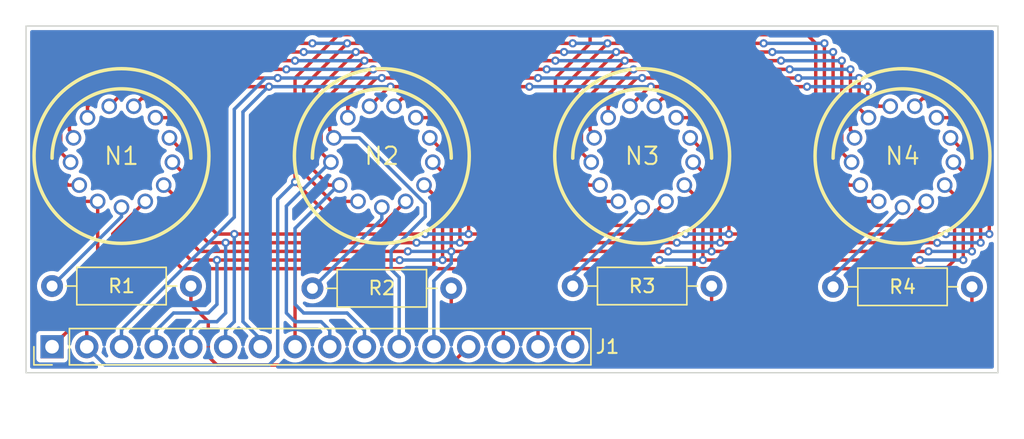
<source format=kicad_pcb>
(kicad_pcb (version 20211014) (generator pcbnew)
  (layers (0 "F.Cu" signal) (31 "B.Cu" signal) (34 "B.Paste" user) (35 "F.Paste" user) (36 "B.SilkS" user "B.Silkscreen") (37 "F.SilkS" user "F.Silkscreen") (38 "B.Mask" user) (39 "F.Mask" user) (44 "Edge.Cuts" user))
  (net 0 "")
  (net 1 "/C0")
  (net 2 "/C1")
  (net 3 "/C2")
  (net 4 "/C3")
  (net 5 "/C4")
  (net 6 "/C5")
  (net 7 "/C6")
  (net 8 "/C7")
  (net 9 "/C8")
  (net 10 "/C9")
  (net 11 "/A0")
  (net 12 "/CA")
  (net 13 "/CB")
  (net 14 "/A1")
  (net 15 "/A2")
  (net 16 "/A3")
  (net 17 "Net-(N1-PadA)")
  (net 18 "Net-(N2-PadA)")
  (net 19 "Net-(N3-PadA)")
  (net 20 "Net-(N4-PadA)")
  (footprint "nixies-us.mod:nixies-us-IN-16" (layer "F.Cu") (at 44.45 25.4)
    (fp_text reference "N2" (at 0 0 180) (layer "F.SilkS") (effects (font (size 1.27 1.27))))
    (fp_text value "IN-16" hide)
    (fp_arc (start -5.08 0.15748) (mid 0 -4.92252) (end 5.08 0.15748) (layer "F.SilkS") (width 0.254))
    (fp_circle (center 0 0) (end 0 -6.39826) (layer "F.SilkS") (width 0.254) (fill none))
    (pad "0" thru_hole circle (at -1.74244 3.32232) (size 1.13792 1.13792) (drill 0.762) (layers *.Cu *.Mask) (net 1 "/C0"))
    (pad "1" thru_hole circle (at 1.74244 3.32232) (size 1.13792 1.13792) (drill 0.762) (layers *.Cu *.Mask) (net 2 "/C1"))
    (pad "2" thru_hole circle (at -2.4892 -2.80924) (size 1.13792 1.13792) (drill 0.762) (layers *.Cu *.Mask) (net 3 "/C2"))
    (pad "3" thru_hole circle (at 3.72618 0.45212) (size 1.13792 1.13792) (drill 0.762) (layers *.Cu *.Mask) (net 4 "/C3"))
    (pad "4" thru_hole circle (at 2.4892 -2.80924) (size 1.13792 1.13792) (drill 0.762) (layers *.Cu *.Mask) (net 5 "/C4"))
    (pad "5" thru_hole circle (at 0.89662 -3.6449) (size 1.13792 1.13792) (drill 0.762) (layers *.Cu *.Mask) (net 6 "/C5"))
    (pad "6" thru_hole circle (at -0.89662 -3.6449) (size 1.13792 1.13792) (drill 0.762) (layers *.Cu *.Mask) (net 7 "/C6"))
    (pad "7" thru_hole circle (at 3.08864 2.13106) (size 1.13792 1.13792) (drill 0.762) (layers *.Cu *.Mask) (net 8 "/C7"))
    (pad "8" thru_hole circle (at -3.72618 0.45212) (size 1.13792 1.13792) (drill 0.762) (layers *.Cu *.Mask) (net 9 "/C8"))
    (pad "9" thru_hole circle (at -3.08864 2.13106) (size 1.13792 1.13792) (drill 0.762) (layers *.Cu *.Mask) (net 10 "/C9"))
    (pad "A" thru_hole circle (at 0 3.75412) (size 1.13792 1.13792) (drill 0.762) (layers *.Cu *.Mask) (net 18 "Net-(N2-PadA)"))
    (pad "LHDP" thru_hole circle (at -3.51028 -1.33096) (size 1.13792 1.13792) (drill 0.762) (layers *.Cu *.Mask) (net 12 "/CA"))
    (pad "RHDP" thru_hole circle (at 3.51028 -1.33096) (size 1.13792 1.13792) (drill 0.762) (layers *.Cu *.Mask) (net 13 "/CB"))
  )
  (footprint "Resistor_THT:R_Axial_DIN0207_L6.3mm_D2.5mm_P10.16mm_Horizontal" (layer "F.Cu") (at 58.42 34.925)
    (fp_text reference "R3" (at 5.08 0) (layer "F.SilkS"))
    (fp_text value "22k")
    (fp_line (start 9.12 0) (end 8.35 0) (layer "F.SilkS") (width 0.12))
    (fp_line (start 1.81 1.37) (end 8.35 1.37) (layer "F.SilkS") (width 0.12))
    (fp_line (start 1.81 -1.37) (end 1.81 1.37) (layer "F.SilkS") (width 0.12))
    (fp_line (start 8.35 -1.37) (end 1.81 -1.37) (layer "F.SilkS") (width 0.12))
    (fp_line (start 1.04 0) (end 1.81 0) (layer "F.SilkS") (width 0.12))
    (fp_line (start 8.35 1.37) (end 8.35 -1.37) (layer "F.SilkS") (width 0.12))
    (pad "1" thru_hole circle (at 0 0) (size 1.6 1.6) (drill 0.8) (layers *.Cu *.Mask) (net 19 "Net-(N3-PadA)"))
    (pad "2" thru_hole oval (at 10.16 0) (size 1.6 1.6) (drill 0.8) (layers *.Cu *.Mask) (net 15 "/A2"))
  )
  (footprint "Resistor_THT:R_Axial_DIN0207_L6.3mm_D2.5mm_P10.16mm_Horizontal" (layer "F.Cu") (at 20.32 34.925)
    (fp_text reference "R1" (at 5.08 0) (layer "F.SilkS"))
    (fp_text value "22k")
    (fp_line (start 1.81 1.37) (end 8.35 1.37) (layer "F.SilkS") (width 0.12))
    (fp_line (start 8.35 1.37) (end 8.35 -1.37) (layer "F.SilkS") (width 0.12))
    (fp_line (start 9.12 0) (end 8.35 0) (layer "F.SilkS") (width 0.12))
    (fp_line (start 1.81 -1.37) (end 1.81 1.37) (layer "F.SilkS") (width 0.12))
    (fp_line (start 8.35 -1.37) (end 1.81 -1.37) (layer "F.SilkS") (width 0.12))
    (fp_line (start 1.04 0) (end 1.81 0) (layer "F.SilkS") (width 0.12))
    (pad "1" thru_hole circle (at 0 0) (size 1.6 1.6) (drill 0.8) (layers *.Cu *.Mask) (net 17 "Net-(N1-PadA)"))
    (pad "2" thru_hole oval (at 10.16 0) (size 1.6 1.6) (drill 0.8) (layers *.Cu *.Mask) (net 11 "/A0"))
  )
  (footprint "nixies-us.mod:nixies-us-IN-16" (layer "F.Cu") (at 82.55 25.4)
    (fp_text reference "N4" (at 0 0 180) (layer "F.SilkS") (effects (font (size 1.27 1.27))))
    (fp_text value "IN-16" hide)
    (fp_arc (start -5.08 0.15748) (mid 0 -4.92252) (end 5.08 0.15748) (layer "F.SilkS") (width 0.254))
    (fp_circle (center 0 0) (end 0 -6.39826) (layer "F.SilkS") (width 0.254) (fill none))
    (pad "0" thru_hole circle (at -1.74244 3.32232) (size 1.13792 1.13792) (drill 0.762) (layers *.Cu *.Mask) (net 1 "/C0"))
    (pad "1" thru_hole circle (at 1.74244 3.32232) (size 1.13792 1.13792) (drill 0.762) (layers *.Cu *.Mask) (net 2 "/C1"))
    (pad "2" thru_hole circle (at -2.4892 -2.80924) (size 1.13792 1.13792) (drill 0.762) (layers *.Cu *.Mask) (net 3 "/C2"))
    (pad "3" thru_hole circle (at 3.72618 0.45212) (size 1.13792 1.13792) (drill 0.762) (layers *.Cu *.Mask) (net 4 "/C3"))
    (pad "4" thru_hole circle (at 2.4892 -2.80924) (size 1.13792 1.13792) (drill 0.762) (layers *.Cu *.Mask) (net 5 "/C4"))
    (pad "5" thru_hole circle (at 0.89662 -3.6449) (size 1.13792 1.13792) (drill 0.762) (layers *.Cu *.Mask) (net 6 "/C5"))
    (pad "6" thru_hole circle (at -0.89662 -3.6449) (size 1.13792 1.13792) (drill 0.762) (layers *.Cu *.Mask) (net 7 "/C6"))
    (pad "7" thru_hole circle (at 3.08864 2.13106) (size 1.13792 1.13792) (drill 0.762) (layers *.Cu *.Mask) (net 8 "/C7"))
    (pad "8" thru_hole circle (at -3.72618 0.45212) (size 1.13792 1.13792) (drill 0.762) (layers *.Cu *.Mask) (net 9 "/C8"))
    (pad "9" thru_hole circle (at -3.08864 2.13106) (size 1.13792 1.13792) (drill 0.762) (layers *.Cu *.Mask) (net 10 "/C9"))
    (pad "A" thru_hole circle (at 0 3.75412) (size 1.13792 1.13792) (drill 0.762) (layers *.Cu *.Mask) (net 20 "Net-(N4-PadA)"))
    (pad "LHDP" thru_hole circle (at -3.51028 -1.33096) (size 1.13792 1.13792) (drill 0.762) (layers *.Cu *.Mask) (net 12 "/CA"))
    (pad "RHDP" thru_hole circle (at 3.51028 -1.33096) (size 1.13792 1.13792) (drill 0.762) (layers *.Cu *.Mask) (net 13 "/CB"))
  )
  (footprint "Connector_PinHeader_2.54mm:PinHeader_1x16_P2.54mm_Vertical" (layer "F.Cu") (at 20.32 39.37 90)
    (fp_text reference "J1" (at 0 40.64 180) (layer "F.SilkS"))
    (fp_text value "Conn_01x16_Male")
    (fp_line (start -1.33 1.27) (end 1.33 1.27) (layer "F.SilkS") (width 0.12))
    (fp_line (start -1.33 0) (end -1.33 -1.33) (layer "F.SilkS") (width 0.12))
    (fp_line (start -1.33 -1.33) (end 0 -1.33) (layer "F.SilkS") (width 0.12))
    (fp_line (start -1.33 39.43) (end 1.33 39.43) (layer "F.SilkS") (width 0.12))
    (fp_line (start -1.33 1.27) (end -1.33 39.43) (layer "F.SilkS") (width 0.12))
    (fp_line (start 1.33 1.27) (end 1.33 39.43) (layer "F.SilkS") (width 0.12))
    (pad "1" thru_hole rect (at 0 0 90) (size 1.7 1.7) (drill 1) (layers *.Cu *.Mask) (net 1 "/C0"))
    (pad "2" thru_hole oval (at 0 2.54 90) (size 1.7 1.7) (drill 1) (layers *.Cu *.Mask) (net 2 "/C1"))
    (pad "3" thru_hole oval (at 0 5.08 90) (size 1.7 1.7) (drill 1) (layers *.Cu *.Mask) (net 3 "/C2"))
    (pad "4" thru_hole oval (at 0 7.62 90) (size 1.7 1.7) (drill 1) (layers *.Cu *.Mask) (net 4 "/C3"))
    (pad "5" thru_hole oval (at 0 10.16 90) (size 1.7 1.7) (drill 1) (layers *.Cu *.Mask) (net 5 "/C4"))
    (pad "6" thru_hole oval (at 0 12.7 90) (size 1.7 1.7) (drill 1) (layers *.Cu *.Mask) (net 6 "/C5"))
    (pad "7" thru_hole oval (at 0 15.24 90) (size 1.7 1.7) (drill 1) (layers *.Cu *.Mask) (net 7 "/C6"))
    (pad "8" thru_hole oval (at 0 17.78 90) (size 1.7 1.7) (drill 1) (layers *.Cu *.Mask) (net 8 "/C7"))
    (pad "9" thru_hole oval (at 0 20.32 90) (size 1.7 1.7) (drill 1) (layers *.Cu *.Mask) (net 9 "/C8"))
    (pad "10" thru_hole oval (at 0 22.86 90) (size 1.7 1.7) (drill 1) (layers *.Cu *.Mask) (net 10 "/C9"))
    (pad "11" thru_hole oval (at 0 25.4 90) (size 1.7 1.7) (drill 1) (layers *.Cu *.Mask) (net 12 "/CA"))
    (pad "12" thru_hole oval (at 0 27.94 90) (size 1.7 1.7) (drill 1) (layers *.Cu *.Mask) (net 13 "/CB"))
    (pad "13" thru_hole oval (at 0 30.48 90) (size 1.7 1.7) (drill 1) (layers *.Cu *.Mask) (net 11 "/A0"))
    (pad "14" thru_hole oval (at 0 33.02 90) (size 1.7 1.7) (drill 1) (layers *.Cu *.Mask) (net 14 "/A1"))
    (pad "15" thru_hole oval (at 0 35.56 90) (size 1.7 1.7) (drill 1) (layers *.Cu *.Mask) (net 15 "/A2"))
    (pad "16" thru_hole oval (at 0 38.1 90) (size 1.7 1.7) (drill 1) (layers *.Cu *.Mask) (net 16 "/A3"))
  )
  (footprint "Resistor_THT:R_Axial_DIN0207_L6.3mm_D2.5mm_P10.16mm_Horizontal" (layer "F.Cu") (at 39.37 35.09088)
    (fp_text reference "R2" (at 5.08 -0.017) (layer "F.SilkS"))
    (fp_text value "22k")
    (fp_line (start 8.35 -1.37) (end 1.81 -1.37) (layer "F.SilkS") (width 0.12))
    (fp_line (start 1.04 0) (end 1.81 0) (layer "F.SilkS") (width 0.12))
    (fp_line (start 1.81 1.37) (end 8.35 1.37) (layer "F.SilkS") (width 0.12))
    (fp_line (start 1.81 -1.37) (end 1.81 1.37) (layer "F.SilkS") (width 0.12))
    (fp_line (start 8.35 1.37) (end 8.35 -1.37) (layer "F.SilkS") (width 0.12))
    (fp_line (start 9.12 0) (end 8.35 0) (layer "F.SilkS") (width 0.12))
    (pad "1" thru_hole circle (at 0 0) (size 1.6 1.6) (drill 0.8) (layers *.Cu *.Mask) (net 18 "Net-(N2-PadA)"))
    (pad "2" thru_hole oval (at 10.16 0) (size 1.6 1.6) (drill 0.8) (layers *.Cu *.Mask) (net 14 "/A1"))
  )
  (footprint "nixies-us.mod:nixies-us-IN-16" (layer "F.Cu") (at 25.4 25.4)
    (fp_text reference "N1" (at 0 0 180) (layer "F.SilkS") (effects (font (size 1.27 1.27))))
    (fp_text value "IN-16" hide)
    (fp_arc (start -5.08 0.15748) (mid 0 -4.92252) (end 5.08 0.15748) (layer "F.SilkS") (width 0.254))
    (fp_circle (center 0 0) (end 0 -6.39826) (layer "F.SilkS") (width 0.254) (fill none))
    (pad "0" thru_hole circle (at -1.74244 3.32232) (size 1.13792 1.13792) (drill 0.762) (layers *.Cu *.Mask) (net 1 "/C0"))
    (pad "1" thru_hole circle (at 1.74244 3.32232) (size 1.13792 1.13792) (drill 0.762) (layers *.Cu *.Mask) (net 2 "/C1"))
    (pad "2" thru_hole circle (at -2.4892 -2.80924) (size 1.13792 1.13792) (drill 0.762) (layers *.Cu *.Mask) (net 3 "/C2"))
    (pad "3" thru_hole circle (at 3.72618 0.45212) (size 1.13792 1.13792) (drill 0.762) (layers *.Cu *.Mask) (net 4 "/C3"))
    (pad "4" thru_hole circle (at 2.4892 -2.80924) (size 1.13792 1.13792) (drill 0.762) (layers *.Cu *.Mask) (net 5 "/C4"))
    (pad "5" thru_hole circle (at 0.89662 -3.6449) (size 1.13792 1.13792) (drill 0.762) (layers *.Cu *.Mask) (net 6 "/C5"))
    (pad "6" thru_hole circle (at -0.89662 -3.6449) (size 1.13792 1.13792) (drill 0.762) (layers *.Cu *.Mask) (net 7 "/C6"))
    (pad "7" thru_hole circle (at 3.08864 2.13106) (size 1.13792 1.13792) (drill 0.762) (layers *.Cu *.Mask) (net 8 "/C7"))
    (pad "8" thru_hole circle (at -3.72618 0.45212) (size 1.13792 1.13792) (drill 0.762) (layers *.Cu *.Mask) (net 9 "/C8"))
    (pad "9" thru_hole circle (at -3.08864 2.13106) (size 1.13792 1.13792) (drill 0.762) (layers *.Cu *.Mask) (net 10 "/C9"))
    (pad "A" thru_hole circle (at 0 3.75412) (size 1.13792 1.13792) (drill 0.762) (layers *.Cu *.Mask) (net 17 "Net-(N1-PadA)"))
    (pad "LHDP" thru_hole circle (at -3.51028 -1.33096) (size 1.13792 1.13792) (drill 0.762) (layers *.Cu *.Mask) (net 12 "/CA"))
    (pad "RHDP" thru_hole circle (at 3.51028 -1.33096) (size 1.13792 1.13792) (drill 0.762) (layers *.Cu *.Mask) (net 13 "/CB"))
  )
  (footprint "Resistor_THT:R_Axial_DIN0207_L6.3mm_D2.5mm_P10.16mm_Horizontal" (layer "F.Cu") (at 77.47 34.98088)
    (fp_text reference "R4" (at 5.08 0) (layer "F.SilkS"))
    (fp_text value "22k")
    (fp_line (start 8.35 -1.37) (end 1.81 -1.37) (layer "F.SilkS") (width 0.12))
    (fp_line (start 1.81 1.37) (end 8.35 1.37) (layer "F.SilkS") (width 0.12))
    (fp_line (start 9.12 0) (end 8.35 0) (layer "F.SilkS") (width 0.12))
    (fp_line (start 1.04 0) (end 1.81 0) (layer "F.SilkS") (width 0.12))
    (fp_line (start 1.81 -1.37) (end 1.81 1.37) (layer "F.SilkS") (width 0.12))
    (fp_line (start 8.35 1.37) (end 8.35 -1.37) (layer "F.SilkS") (width 0.12))
    (pad "1" thru_hole circle (at 0 0) (size 1.6 1.6) (drill 0.8) (layers *.Cu *.Mask) (net 20 "Net-(N4-PadA)"))
    (pad "2" thru_hole oval (at 10.16 0) (size 1.6 1.6) (drill 0.8) (layers *.Cu *.Mask) (net 16 "/A3"))
  )
  (footprint "nixies-us.mod:nixies-us-IN-16" (layer "F.Cu") (at 63.5 25.4)
    (fp_text reference "N3" (at 0 0 180) (layer "F.SilkS") (effects (font (size 1.27 1.27))))
    (fp_text value "IN-16" hide)
    (fp_arc (start -5.08 0.15748) (mid 0 -4.92252) (end 5.08 0.15748) (layer "F.SilkS") (width 0.254))
    (fp_circle (center 0 0) (end 0 -6.39826) (layer "F.SilkS") (width 0.254) (fill none))
    (pad "0" thru_hole circle (at -1.74244 3.32232) (size 1.13792 1.13792) (drill 0.762) (layers *.Cu *.Mask) (net 1 "/C0"))
    (pad "1" thru_hole circle (at 1.74244 3.32232) (size 1.13792 1.13792) (drill 0.762) (layers *.Cu *.Mask) (net 2 "/C1"))
    (pad "2" thru_hole circle (at -2.4892 -2.80924) (size 1.13792 1.13792) (drill 0.762) (layers *.Cu *.Mask) (net 3 "/C2"))
    (pad "3" thru_hole circle (at 3.72618 0.45212) (size 1.13792 1.13792) (drill 0.762) (layers *.Cu *.Mask) (net 4 "/C3"))
    (pad "4" thru_hole circle (at 2.4892 -2.80924) (size 1.13792 1.13792) (drill 0.762) (layers *.Cu *.Mask) (net 5 "/C4"))
    (pad "5" thru_hole circle (at 0.89662 -3.6449) (size 1.13792 1.13792) (drill 0.762) (layers *.Cu *.Mask) (net 6 "/C5"))
    (pad "6" thru_hole circle (at -0.89662 -3.6449) (size 1.13792 1.13792) (drill 0.762) (layers *.Cu *.Mask) (net 7 "/C6"))
    (pad "7" thru_hole circle (at 3.08864 2.13106) (size 1.13792 1.13792) (drill 0.762) (layers *.Cu *.Mask) (net 8 "/C7"))
    (pad "8" thru_hole circle (at -3.72618 0.45212) (size 1.13792 1.13792) (drill 0.762) (layers *.Cu *.Mask) (net 9 "/C8"))
    (pad "9" thru_hole circle (at -3.08864 2.13106) (size 1.13792 1.13792) (drill 0.762) (layers *.Cu *.Mask) (net 10 "/C9"))
    (pad "A" thru_hole circle (at 0 3.75412) (size 1.13792 1.13792) (drill 0.762) (layers *.Cu *.Mask) (net 19 "Net-(N3-PadA)"))
    (pad "LHDP" thru_hole circle (at -3.51028 -1.33096) (size 1.13792 1.13792) (drill 0.762) (layers *.Cu *.Mask) (net 12 "/CA"))
    (pad "RHDP" thru_hole circle (at 3.51028 -1.33096) (size 1.13792 1.13792) (drill 0.762) (layers *.Cu *.Mask) (net 13 "/CB"))
  )
  (gr_line (start 89.535 15.875) (end 89.535 41.275) (layer "Edge.Cuts") (width 0.1))
  (gr_line (start 89.535 41.275) (end 18.415 41.275) (layer "Edge.Cuts") (width 0.1))
  (gr_line (start 18.415 41.275) (end 18.415 15.875) (layer "Edge.Cuts") (width 0.1))
  (gr_line (start 18.415 15.875) (end 89.535 15.875) (layer "Edge.Cuts") (width 0.1))
  (gr_text "IN-16 Carrier Board" (at 79.756 40.005) (layer "F.Cu") (effects (font (size 1.2 1.2) (thickness 0.2))))
  (segment (start 57.785 26.67) (end 59.83732 28.72232) (width 0.25) (layer "F.Cu") (net 1))
  (segment (start 40.78732 28.72232) (end 42.70756 28.72232) (width 0.25) (layer "F.Cu") (net 1))
  (segment (start 41.91 17.145) (end 58.42 17.145) (width 0.25) (layer "F.Cu") (net 1))
  (segment (start 76.835 17.145) (end 76.835 26.67) (width 0.25) (layer "F.Cu") (net 1))
  (segment (start 76.835 26.67) (end 78.88732 28.72232) (width 0.25) (layer "F.Cu") (net 1))
  (segment (start 59.83732 28.72232) (end 61.75756 28.72232) (width 0.25) (layer "F.Cu") (net 1))
  (segment (start 41.91 17.145) (end 38.735 20.32) (width 0.25) (layer "F.Cu") (net 1))
  (segment (start 38.735 26.67) (end 40.78732 28.72232) (width 0.25) (layer "F.Cu") (net 1))
  (segment (start 21.73732 28.72232) (end 23.65756 28.72232) (width 0.25) (layer "F.Cu") (net 1))
  (segment (start 19.685 26.67) (end 21.73732 28.72232) (width 0.25) (layer "F.Cu") (net 1))
  (segment (start 60.96 17.145) (end 57.785 20.32) (width 0.25) (layer "F.Cu") (net 1))
  (segment (start 23.65756 28.72232) (end 23.65756 36.03244) (width 0.25) (layer "F.Cu") (net 1))
  (segment (start 22.86 17.145) (end 19.685 20.32) (width 0.25) (layer "F.Cu") (net 1))
  (segment (start 23.65756 36.03244) (end 20.32 39.37) (width 0.25) (layer "F.Cu") (net 1))
  (segment (start 19.685 20.32) (end 19.685 26.67) (width 0.25) (layer "F.Cu") (net 1))
  (segment (start 78.88732 28.72232) (end 80.80756 28.72232) (width 0.25) (layer "F.Cu") (net 1))
  (segment (start 60.96 17.145) (end 72.39 17.145) (width 0.25) (layer "F.Cu") (net 1))
  (segment (start 38.735 20.32) (end 38.735 26.67) (width 0.25) (layer "F.Cu") (net 1))
  (segment (start 39.37 17.145) (end 22.86 17.145) (width 0.25) (layer "F.Cu") (net 1))
  (segment (start 57.785 20.32) (end 57.785 26.67) (width 0.25) (layer "F.Cu") (net 1))
  (via (at 41.91 17.145) (size 0.6) (drill 0.3) (layers "F.Cu" "B.Cu") (net 1))
  (via (at 72.39 17.145) (size 0.6) (drill 0.3) (layers "F.Cu" "B.Cu") (net 1))
  (via (at 76.835 17.145) (size 0.6) (drill 0.3) (layers "F.Cu" "B.Cu") (net 1))
  (via (at 60.96 17.145) (size 0.6) (drill 0.3) (layers "F.Cu" "B.Cu") (net 1))
  (via (at 39.37 17.145) (size 0.6) (drill 0.3) (layers "F.Cu" "B.Cu") (net 1))
  (via (at 58.42 17.145) (size 0.6) (drill 0.3) (layers "F.Cu" "B.Cu") (net 1))
  (segment (start 72.39 17.145) (end 76.835 17.145) (width 0.25) (layer "B.Cu") (net 1))
  (segment (start 39.37 17.145) (end 41.91 17.145) (width 0.25) (layer "B.Cu") (net 1))
  (segment (start 58.42 17.145) (end 60.96 17.145) (width 0.25) (layer "B.Cu") (net 1))
  (segment (start 65.24244 28.72232) (end 63.917169 30.047591) (width 0.25) (layer "F.Cu") (net 2))
  (segment (start 63.917169 30.062831) (end 63.5 30.48) (width 0.25) (layer "F.Cu") (net 2))
  (segment (start 63.917169 30.047591) (end 63.917169 30.062831) (width 0.25) (layer "F.Cu") (net 2))
  (segment (start 44.45 30.48) (end 41.275 30.48) (width 0.25) (layer "F.Cu") (net 2))
  (segment (start 46.19244 28.72232) (end 44.867169 30.047591) (width 0.25) (layer "F.Cu") (net 2))
  (segment (start 82.55 30.48) (end 79.375 30.48) (width 0.25) (layer "F.Cu") (net 2))
  (segment (start 22.86 38.17112) (end 22.86 39.37) (width 0.25) (layer "F.Cu") (net 2))
  (segment (start 27.14244 28.72232) (end 24.765 31.09976) (width 0.25) (layer "F.Cu") (net 2))
  (segment (start 59.69 17.145) (end 59.69 16.51) (width 0.25) (layer "F.Cu") (net 2))
  (segment (start 57.15 27.305) (end 57.15 19.685) (width 0.25) (layer "F.Cu") (net 2))
  (segment (start 57.15 19.685) (end 59.69 17.145) (width 0.25) (layer "F.Cu") (net 2))
  (segment (start 24.765 31.09976) (end 24.765 36.26612) (width 0.25) (layer "F.Cu") (net 2))
  (segment (start 76.2 17.145) (end 75.565 16.51) (width 0.25) (layer "F.Cu") (net 2))
  (segment (start 24.765 36.26612) (end 22.86 38.17112) (width 0.25) (layer "F.Cu") (net 2))
  (segment (start 79.375 30.48) (end 76.2 27.305) (width 0.25) (layer "F.Cu") (net 2))
  (segment (start 82.967169 30.047591) (end 82.967169 30.062831) (width 0.25) (layer "F.Cu") (net 2))
  (segment (start 82.967169 30.062831) (end 82.55 30.48) (width 0.25) (layer "F.Cu") (net 2))
  (segment (start 63.5 30.48) (end 60.325 30.48) (width 0.25) (layer "F.Cu") (net 2))
  (segment (start 38.1 27.305) (end 38.1 26.67) (width 0.25) (layer "F.Cu") (net 2))
  (segment (start 38.1 19.685) (end 41.275 16.51) (width 0.25) (layer "F.Cu") (net 2))
  (segment (start 75.565 16.51) (end 60.325 16.51) (width 0.25) (layer "F.Cu") (net 2))
  (segment (start 44.867169 30.062831) (end 44.45 30.48) (width 0.25) (layer "F.Cu") (net 2))
  (segment (start 60.325 30.48) (end 57.15 27.305) (width 0.25) (layer "F.Cu") (net 2))
  (segment (start 44.867169 30.047591) (end 44.867169 30.062831) (width 0.25) (layer "F.Cu") (net 2))
  (segment (start 84.29244 28.72232) (end 82.967169 30.047591) (width 0.25) (layer "F.Cu") (net 2))
  (segment (start 41.275 16.51) (end 59.69 16.51) (width 0.25) (layer "F.Cu") (net 2))
  (segment (start 41.275 30.48) (end 38.1 27.305) (width 0.25) (layer "F.Cu") (net 2))
  (segment (start 38.1 26.67) (end 38.1 19.685) (width 0.25) (layer "F.Cu") (net 2))
  (segment (start 76.2 27.305) (end 76.2 17.145) (width 0.25) (layer "F.Cu") (net 2))
  (segment (start 59.69 16.51) (end 60.325 16.51) (width 0.25) (layer "F.Cu") (net 2))
  (via (at 38.1 27.305) (size 0.6) (drill 0.3) (layers "F.Cu" "B.Cu") (net 2))
  (segment (start 36.195 40.71112) (end 36.83 40.07612) (width 0.25) (layer "B.Cu") (net 2))
  (segment (start 36.83 28.575) (end 38.1 27.305) (width 0.25) (layer "B.Cu") (net 2))
  (segment (start 22.86 39.37) (end 24.20112 40.71112) (width 0.25) (layer "B.Cu") (net 2))
  (segment (start 24.20112 40.71112) (end 36.195 40.71112) (width 0.25) (layer "B.Cu") (net 2))
  (segment (start 36.83 40.07612) (end 36.83 28.575) (width 0.25) (layer "B.Cu") (net 2))
  (segment (start 44.06193 19.685) (end 41.9608 21.78613) (width 0.25) (layer "F.Cu") (net 3))
  (segment (start 63.5 19.685) (end 74.93 19.685) (width 0.25) (layer "F.Cu") (net 3))
  (segment (start 63.5 19.685) (end 63.11193 19.685) (width 0.25) (layer "F.Cu") (net 3))
  (segment (start 79.375 21.90496) (end 79.375 19.685) (width 0.25) (layer "F.Cu") (net 3))
  (segment (start 25.01193 19.685) (end 22.9108 21.78613) (width 0.25) (layer "F.Cu") (net 3))
  (segment (start 22.9108 21.78613) (end 22.9108 22.59076) (width 0.25) (layer "F.Cu") (net 3))
  (segment (start 44.45 19.685) (end 55.88 19.685) (width 0.25) (layer "F.Cu") (net 3))
  (segment (start 63.11193 19.685) (end 61.0108 21.78613) (width 0.25) (layer "F.Cu") (net 3))
  (segment (start 44.45 19.685) (end 44.06193 19.685) (width 0.25) (layer "F.Cu") (net 3))
  (segment (start 41.9608 21.78613) (end 41.9608 22.59076) (width 0.25) (layer "F.Cu") (net 3))
  (segment (start 80.0608 22.59076) (end 79.375 21.90496) (width 0.25) (layer "F.Cu") (net 3))
  (segment (start 36.83 19.685) (end 25.01193 19.685) (width 0.25) (layer "F.Cu") (net 3))
  (segment (start 61.0108 21.78613) (end 61.0108 22.59076) (width 0.25) (layer "F.Cu") (net 3))
  (via (at 44.45 19.685) (size 0.6) (drill 0.3) (layers "F.Cu" "B.Cu") (net 3))
  (via (at 79.375 19.685) (size 0.6) (drill 0.3) (layers "F.Cu" "B.Cu") (net 3))
  (via (at 74.93 19.685) (size 0.6) (drill 0.3) (layers "F.Cu" "B.Cu") (net 3))
  (via (at 63.5 19.685) (size 0.6) (drill 0.3) (layers "F.Cu" "B.Cu") (net 3))
  (via (at 36.83 19.685) (size 0.6) (drill 0.3) (layers "F.Cu" "B.Cu") (net 3))
  (via (at 55.88 19.685) (size 0.6) (drill 0.3) (layers "F.Cu" "B.Cu") (net 3))
  (segment (start 25.4 38.13379) (end 25.4 39.37) (width 0.25) (layer "B.Cu") (net 3))
  (segment (start 35.946807 19.685) (end 33.655 21.976807) (width 0.25) (layer "B.Cu") (net 3))
  (segment (start 33.655 29.87879) (end 25.4 38.13379) (width 0.25) (layer "B.Cu") (net 3))
  (segment (start 55.88 19.685) (end 63.5 19.685) (width 0.25) (layer "B.Cu") (net 3))
  (segment (start 36.83 19.685) (end 44.45 19.685) (width 0.25) (layer "B.Cu") (net 3))
  (segment (start 74.93 19.685) (end 79.375 19.685) (width 0.25) (layer "B.Cu") (net 3))
  (segment (start 33.655 21.976807) (end 33.655 29.87879) (width 0.25) (layer "B.Cu") (net 3))
  (segment (start 36.83 19.685) (end 35.946807 19.685) (width 0.25) (layer "B.Cu") (net 3))
  (segment (start 67.945 33.02) (end 83.82 33.02) (width 0.25) (layer "F.Cu") (net 4))
  (segment (start 48.895 33.02) (end 64.77 33.02) (width 0.25) (layer "F.Cu") (net 4))
  (segment (start 29.845 26.57094) (end 29.12618 25.85212) (width 0.25) (layer "F.Cu") (net 4))
  (segment (start 48.895 26.57094) (end 48.17618 25.85212) (width 0.25) (layer "F.Cu") (net 4))
  (segment (start 67.945 26.57094) (end 67.22618 25.85212) (width 0.25) (layer "F.Cu") (net 4))
  (segment (start 48.895 33.02) (end 48.895 26.57094) (width 0.25) (layer "F.Cu") (net 4))
  (segment (start 30.48 33.02) (end 29.845 32.385) (width 0.25) (layer "F.Cu") (net 4))
  (segment (start 67.945 33.02) (end 67.945 26.57094) (width 0.25) (layer "F.Cu") (net 4))
  (segment (start 86.995 26.57094) (end 86.27618 25.85212) (width 0.25) (layer "F.Cu") (net 4))
  (segment (start 86.995 33.02) (end 86.995 26.57094) (width 0.25) (layer "F.Cu") (net 4))
  (segment (start 45.755 33.0305) (end 45.7445 33.02) (width 0.25) (layer "F.Cu") (net 4))
  (segment (start 45.7445 33.02) (end 30.48 33.02) (width 0.25) (layer "F.Cu") (net 4))
  (segment (start 29.845 32.385) (end 29.845 26.57094) (width 0.25) (layer "F.Cu") (net 4))
  (via (at 64.77 33.02) (size 0.6) (drill 0.3) (layers "F.Cu" "B.Cu") (net 4))
  (via (at 67.945 33.02) (size 0.6) (drill 0.3) (layers "F.Cu" "B.Cu") (net 4))
  (via (at 45.755 33.0305) (size 0.6) (drill 0.3) (layers "F.Cu" "B.Cu") (net 4))
  (via (at 32.385 33.02) (size 0.6) (drill 0.3) (layers "F.Cu" "B.Cu") (net 4))
  (via (at 48.895 33.02) (size 0.6) (drill 0.3) (layers "F.Cu" "B.Cu") (net 4))
  (via (at 86.995 33.02) (size 0.6) (drill 0.3) (layers "F.Cu" "B.Cu") (net 4))
  (via (at 83.82 33.02) (size 0.6) (drill 0.3) (layers "F.Cu" "B.Cu") (net 4))
  (segment (start 32.385 36.26612) (end 31.75 36.90112) (width 0.25) (layer "B.Cu") (net 4))
  (segment (start 29.21 36.90112) (end 27.94 38.17112) (width 0.25) (layer "B.Cu") (net 4))
  (segment (start 32.385 33.02) (end 32.385 36.26612) (width 0.25) (layer "B.Cu") (net 4))
  (segment (start 27.94 38.17112) (end 27.94 39.37) (width 0.25) (layer "B.Cu") (net 4))
  (segment (start 45.7655 33.02) (end 48.895 33.02) (width 0.25) (layer "B.Cu") (net 4))
  (segment (start 31.75 36.90112) (end 29.21 36.90112) (width 0.25) (layer "B.Cu") (net 4))
  (segment (start 45.755 33.0305) (end 45.7655 33.02) (width 0.25) (layer "B.Cu") (net 4))
  (segment (start 83.82 33.02) (end 86.995 33.02) (width 0.25) (layer "B.Cu") (net 4))
  (segment (start 64.77 33.02) (end 67.945 33.02) (width 0.25) (layer "B.Cu") (net 4))
  (segment (start 50.165 31.75) (end 50.165 24.765) (width 0.25) (layer "F.Cu") (net 5))
  (segment (start 31.749853 31.749853) (end 31.115 31.115) (width 0.25) (layer "F.Cu") (net 5))
  (segment (start 31.115 24.765) (end 28.94076 22.59076) (width 0.25) (layer "F.Cu") (net 5))
  (segment (start 69.215 24.765) (end 67.04076 22.59076) (width 0.25) (layer "F.Cu") (net 5))
  (segment (start 46.99 31.75) (end 33.02 31.75) (width 0.25) (layer "F.Cu") (net 5))
  (segment (start 86.09076 22.59076) (end 85.0392 22.59076) (width 0.25) (layer "F.Cu") (net 5))
  (segment (start 88.265 24.765) (end 86.09076 22.59076) (width 0.25) (layer "F.Cu") (net 5))
  (segment (start 50.165 31.75) (end 66.04 31.75) (width 0.25) (layer "F.Cu") (net 5))
  (segment (start 47.99076 22.59076) (end 46.9392 22.59076) (width 0.25) (layer "F.Cu") (net 5))
  (segment (start 50.165 24.765) (end 47.99076 22.59076) (width 0.25) (layer "F.Cu") (net 5))
  (segment (start 85.0795 31.75) (end 69.215 31.75) (width 0.25) (layer "F.Cu") (net 5))
  (segment (start 88.265 24.765) (end 88.265 31.75) (width 0.25) (layer "F.Cu") (net 5))
  (segment (start 67.04076 22.59076) (end 65.9892 22.59076) (width 0.25) (layer "F.Cu") (net 5))
  (segment (start 69.215 31.75) (end 69.215 24.765) (width 0.25) (layer "F.Cu") (net 5))
  (segment (start 28.94076 22.59076) (end 27.8892 22.59076) (width 0.25) (layer "F.Cu") (net 5))
  (segment (start 33.019853 31.749853) (end 31.749853 31.749853) (width 0.25) (layer "F.Cu") (net 5))
  (segment (start 33.02 31.75) (end 33.019853 31.749853) (width 0.25) (layer "F.Cu") (net 5))
  (segment (start 31.115 31.115) (end 31.115 24.765) (width 0.25) (layer "F.Cu") (net 5))
  (segment (start 85.09 31.7605) (end 85.0795 31.75) (width 0.25) (layer "F.Cu") (net 5))
  (via (at 69.215 31.75) (size 0.6) (drill 0.3) (layers "F.Cu" "B.Cu") (net 5))
  (via (at 66.04 31.75) (size 0.6) (drill 0.3) (layers "F.Cu" "B.Cu") (net 5))
  (via (at 33.02 31.75) (size 0.6) (drill 0.3) (layers "F.Cu" "B.Cu") (net 5))
  (via (at 46.99 31.75) (size 0.6) (drill 0.3) (layers "F.Cu" "B.Cu") (net 5))
  (via (at 50.165 31.75) (size 0.6) (drill 0.3) (layers "F.Cu" "B.Cu") (net 5))
  (via (at 88.265 31.75) (size 0.6) (drill 0.3) (layers "F.Cu" "B.Cu") (net 5))
  (via (at 85.09 31.7605) (size 0.6) (drill 0.3) (layers "F.Cu" "B.Cu") (net 5))
  (segment (start 30.48 38.17112) (end 31.115 37.53612) (width 0.25) (layer "B.Cu") (net 5))
  (segment (start 32.385 37.53612) (end 33.02 36.90112) (width 0.25) (layer "B.Cu") (net 5))
  (segment (start 46.99 31.75) (end 50.165 31.75) (width 0.25) (layer "B.Cu") (net 5))
  (segment (start 33.02 36.90112) (end 33.02 31.75) (width 0.25) (layer "B.Cu") (net 5))
  (segment (start 85.09 31.7605) (end 85.1005 31.75) (width 0.25) (layer "B.Cu") (net 5))
  (segment (start 30.48 39.37) (end 30.48 38.17112) (width 0.25) (layer "B.Cu") (net 5))
  (segment (start 31.115 37.53612) (end 32.385 37.53612) (width 0.25) (layer "B.Cu") (net 5))
  (segment (start 85.1005 31.75) (end 88.265 31.75) (width 0.25) (layer "B.Cu") (net 5))
  (segment (start 66.04 31.75) (end 69.215 31.75) (width 0.25) (layer "B.Cu") (net 5))
  (segment (start 69.85 31.115) (end 85.725 31.115) (width 0.25) (layer "F.Cu") (net 6))
  (segment (start 31.783937 30.513937) (end 31.783937 24.163937) (width 0.25) (layer "F.Cu") (net 6))
  (segment (start 45.915579 21.186141) (end 45.34662 21.7551) (width 0.25) (layer "F.Cu") (net 6))
  (segment (start 69.85 24.13) (end 66.906141 21.186141) (width 0.25) (layer "F.Cu") (net 6))
  (segment (start 50.8 31.115) (end 50.8 24.13) (width 0.25) (layer "F.Cu") (net 6))
  (segment (start 33.655 31.115) (end 32.385 31.115) (width 0.25) (layer "F.Cu") (net 6))
  (segment (start 88.9 24.13) (end 85.956141 21.186141) (width 0.25) (layer "F.Cu") (net 6))
  (segment (start 50.8 31.115) (end 66.675 31.115) (width 0.25) (layer "F.Cu") (net 6))
  (segment (start 66.906141 21.186141) (end 64.965579 21.186141) (width 0.25) (layer "F.Cu") (net 6))
  (segment (start 26.865579 21.186141) (end 26.29662 21.7551) (width 0.25) (layer "F.Cu") (net 6))
  (segment (start 50.8 24.13) (end 47.856141 21.186141) (width 0.25) (layer "F.Cu") (net 6))
  (segment (start 33.655 31.115) (end 47.625 31.115) (width 0.25) (layer "F.Cu") (net 6))
  (segment (start 31.783937 24.163937) (end 28.806141 21.186141) (width 0.25) (layer "F.Cu") (net 6))
  (segment (start 64.965579 21.186141) (end 64.39662 21.7551) (width 0.25) (layer "F.Cu") (net 6))
  (segment (start 84.015579 21.186141) (end 83.44662 21.7551) (width 0.25) (layer "F.Cu") (net 6))
  (segment (start 85.956141 21.186141) (end 84.015579 21.186141) (width 0.25) (layer "F.Cu") (net 6))
  (segment (start 47.856141 21.186141) (end 45.915579 21.186141) (width 0.25) (layer "F.Cu") (net 6))
  (segment (start 32.385 31.115) (end 31.783937 30.513937) (width 0.25) (layer "F.Cu") (net 6))
  (segment (start 28.806141 21.186141) (end 26.865579 21.186141) (width 0.25) (layer "F.Cu") (net 6))
  (segment (start 88.9 24.13) (end 88.9 31.115) (width 0.25) (layer "F.Cu") (net 6))
  (segment (start 69.85 31.115) (end 69.85 24.13) (width 0.25) (layer "F.Cu") (net 6))
  (via (at 69.85 31.115) (size 0.6) (drill 0.3) (layers "F.Cu" "B.Cu") (net 6))
  (via (at 47.625 31.115) (size 0.6) (drill 0.3) (layers "F.Cu" "B.Cu") (net 6))
  (via (at 33.655 31.115) (size 0.6) (drill 0.3) (layers "F.Cu" "B.Cu") (net 6))
  (via (at 88.9 31.115) (size 0.6) (drill 0.3) (layers "F.Cu" "B.Cu") (net 6))
  (via (at 66.675 31.115) (size 0.6) (drill 0.3) (layers "F.Cu" "B.Cu") (net 6))
  (via (at 50.8 31.115) (size 0.6) (drill 0.3) (layers "F.Cu" "B.Cu") (net 6))
  (via (at 85.725 31.115) (size 0.6) (drill 0.3) (layers "F.Cu" "B.Cu") (net 6))
  (segment (start 85.725 31.115) (end 88.9 31.115) (width 0.25) (layer "B.Cu") (net 6))
  (segment (start 66.675 31.115) (end 69.85 31.115) (width 0.25) (layer "B.Cu") (net 6))
  (segment (start 47.625 31.115) (end 50.8 31.115) (width 0.25) (layer "B.Cu") (net 6))
  (segment (start 33.02 38.17112) (end 33.655 37.53612) (width 0.25) (layer "B.Cu") (net 6))
  (segment (start 33.02 39.37) (end 33.02 38.17112) (width 0.25) (layer "B.Cu") (net 6))
  (segment (start 33.655 37.53612) (end 33.655 31.115) (width 0.25) (layer "B.Cu") (net 6))
  (segment (start 80.01 20.955) (end 80.01 20.32) (width 0.25) (layer "F.Cu") (net 7))
  (segment (start 80.8101 21.7551) (end 80.01 20.955) (width 0.25) (layer "F.Cu") (net 7))
  (segment (start 25.93848 20.32) (end 24.50338 21.7551) (width 0.25) (layer "F.Cu") (net 7))
  (segment (start 64.03848 20.32) (end 62.60338 21.7551) (width 0.25) (layer "F.Cu") (net 7))
  (segment (start 81.65338 21.7551) (end 80.8101 21.7551) (width 0.25) (layer "F.Cu") (net 7))
  (segment (start 44.98848 20.32) (end 43.55338 21.7551) (width 0.25) (layer "F.Cu") (net 7))
  (segment (start 45.085 20.32) (end 55.245 20.32) (width 0.25) (layer "F.Cu") (net 7))
  (segment (start 64.135 20.32) (end 64.03848 20.32) (width 0.25) (layer "F.Cu") (net 7))
  (segment (start 64.135 20.32) (end 75.565 20.32) (width 0.25) (layer "F.Cu") (net 7))
  (segment (start 36.195 20.32) (end 25.93848 20.32) (width 0.25) (layer "F.Cu") (net 7))
  (segment (start 45.085 20.32) (end 44.98848 20.32) (width 0.25) (layer "F.Cu") (net 7))
  (via (at 75.565 20.32) (size 0.6) (drill 0.3) (layers "F.Cu" "B.Cu") (net 7))
  (via (at 36.195 20.32) (size 0.6) (drill 0.3) (layers "F.Cu" "B.Cu") (net 7))
  (via (at 64.135 20.32) (size 0.6) (drill 0.3) (layers "F.Cu" "B.Cu") (net 7))
  (via (at 55.245 20.32) (size 0.6) (drill 0.3) (layers "F.Cu" "B.Cu") (net 7))
  (via (at 45.085 20.32) (size 0.6) (drill 0.3) (layers "F.Cu" "B.Cu") (net 7))
  (via (at 80.01 20.32) (size 0.6) (drill 0.3) (layers "F.Cu" "B.Cu") (net 7))
  (segment (start 34.29 37.53612) (end 34.29 22.166065) (width 0.25) (layer "B.Cu") (net 7))
  (segment (start 36.195 20.32) (end 45.085 20.32) (width 0.25) (layer "B.Cu") (net 7))
  (segment (start 55.245 20.32) (end 64.135 20.32) (width 0.25) (layer "B.Cu") (net 7))
  (segment (start 35.56 38.80612) (end 34.29 37.53612) (width 0.25) (layer "B.Cu") (net 7))
  (segment (start 75.565 20.32) (end 80.01 20.32) (width 0.25) (layer "B.Cu") (net 7))
  (segment (start 34.29 22.166065) (end 36.136065 20.32) (width 0.25) (layer "B.Cu") (net 7))
  (segment (start 36.136065 20.32) (end 36.195 20.32) (width 0.25) (layer "B.Cu") (net 7))
  (segment (start 35.56 39.37) (end 35.56 38.80612) (width 0.25) (layer "B.Cu") (net 7))
  (segment (start 85.725 33.655) (end 86.36 33.02) (width 0.25) (layer "F.Cu") (net 8))
  (segment (start 38.1 39.37) (end 38.1 33.655) (width 0.25) (layer "F.Cu") (net 8))
  (segment (start 38.1 33.655) (end 29.845 33.655) (width 0.25) (layer "F.Cu") (net 8))
  (segment (start 48.26 28.25242) (end 47.53864 27.53106) (width 0.25) (layer "F.Cu") (net 8))
  (segment (start 67.31 33.655) (end 67.31 28.25242) (width 0.25) (layer "F.Cu") (net 8))
  (segment (start 48.26 33.655) (end 38.1 33.655) (width 0.25) (layer "F.Cu") (net 8))
  (segment (start 29.845 33.655) (end 29.21 33.02) (width 0.25) (layer "F.Cu") (net 8))
  (segment (start 29.21 28.25242) (end 28.48864 27.53106) (width 0.25) (layer "F.Cu") (net 8))
  (segment (start 86.36 33.02) (end 86.36 28.25242) (width 0.25) (layer "F.Cu") (net 8))
  (segment (start 67.31 28.25242) (end 66.58864 27.53106) (width 0.25) (layer "F.Cu") (net 8))
  (segment (start 29.21 33.02) (end 29.21 28.25242) (width 0.25) (layer "F.Cu") (net 8))
  (segment (start 67.31 33.655) (end 85.725 33.655) (width 0.25) (layer "F.Cu") (net 8))
  (segment (start 48.26 33.655) (end 48.26 28.25242) (width 0.25) (layer "F.Cu") (net 8))
  (segment (start 86.36 28.25242) (end 85.63864 27.53106) (width 0.25) (layer "F.Cu") (net 8))
  (segment (start 48.26 33.655) (end 67.31 33.655) (width 0.25) (layer "F.Cu") (net 8))
  (segment (start 78.105 21.59) (end 78.105 25.1333) (width 0.25) (layer "F.Cu") (net 9))
  (segment (start 62.23 18.415) (end 59.055 21.59) (width 0.25) (layer "F.Cu") (net 9))
  (segment (start 20.955 25.1333) (end 21.67382 25.85212) (width 0.25) (layer "F.Cu") (net 9))
  (segment (start 43.18 18.415) (end 40.005 21.59) (width 0.25) (layer "F.Cu") (net 9))
  (segment (start 40.005 21.59) (end 40.005 25.1333) (width 0.25) (layer "F.Cu") (net 9))
  (segment (start 38.1 18.415) (end 24.13 18.415) (width 0.25) (layer "F.Cu") (net 9))
  (segment (start 62.23 18.415) (end 73.66 18.415) (width 0.25) (layer "F.Cu") (net 9))
  (segment (start 78.105 18.415) (end 78.105 21.59) (width 0.25) (layer "F.Cu") (net 9))
  (segment (start 59.055 25.1333) (end 59.77382 25.85212) (width 0.25) (layer "F.Cu") (net 9))
  (segment (start 24.13 18.415) (end 20.955 21.59) (width 0.25) (layer "F.Cu") (net 9))
  (segment (start 43.18 18.415) (end 57.15 18.415) (width 0.25) (layer "F.Cu") (net 9))
  (segment (start 78.105 25.1333) (end 78.82382 25.85212) (width 0.25) (layer "F.Cu") (net 9))
  (segment (start 20.955 21.59) (end 20.955 25.1333) (width 0.25) (layer "F.Cu") (net 9))
  (segment (start 40.005 25.1333) (end 40.72382 25.85212) (width 0.25) (layer "F.Cu") (net 9))
  (segment (start 59.055 21.59) (end 59.055 25.1333) (width 0.25) (layer "F.Cu") (net 9))
  (via (at 78.105 18.415) (size 0.6) (drill 0.3) (layers "F.Cu" "B.Cu") (net 9))
  (via (at 38.1 18.415) (size 0.6) (drill 0.3) (layers "F.Cu" "B.Cu") (net 9))
  (via (at 73.66 18.415) (size 0.6) (drill 0.3) (layers "F.Cu" "B.Cu") (net 9))
  (via (at 57.15 18.415) (size 0.6) (drill 0.3) (layers "F.Cu" "B.Cu") (net 9))
  (via (at 43.18 18.415) (size 0.6) (drill 0.3) (layers "F.Cu" "B.Cu") (net 9))
  (via (at 62.23 18.415) (size 0.6) (drill 0.3) (layers "F.Cu" "B.Cu") (net 9))
  (segment (start 40.005 37.53612) (end 40.64 38.17112) (width 0.25) (layer "B.Cu") (net 9))
  (segment (start 37.465 36.90112) (end 38.1 37.53612) (width 0.25) (layer "B.Cu") (net 9))
  (segment (start 38.1 37.53612) (end 40.005 37.53612) (width 0.25) (layer "B.Cu") (net 9))
  (segment (start 38.1 18.415) (end 43.18 18.415) (width 0.25) (layer "B.Cu") (net 9))
  (segment (start 37.465 29.065818) (end 37.465 36.83) (width 0.25) (layer "B.Cu") (net 9))
  (segment (start 40.72382 25.85212) (end 40.678698 25.85212) (width 0.25) (layer "B.Cu") (net 9))
  (segment (start 40.64 38.17112) (end 40.64 39.37) (width 0.25) (layer "B.Cu") (net 9))
  (segment (start 57.15 18.415) (end 62.23 18.415) (width 0.25) (layer "B.Cu") (net 9))
  (segment (start 73.66 18.415) (end 78.105 18.415) (width 0.25) (layer "B.Cu") (net 9))
  (segment (start 40.678698 25.85212) (end 37.465 29.065818) (width 0.25) (layer "B.Cu") (net 9))
  (segment (start 59.60673 27.53106) (end 60.41136 27.53106) (width 0.25) (layer "F.Cu") (net 10))
  (segment (start 39.37 20.955) (end 39.37 26.34433) (width 0.25) (layer "F.Cu") (net 10))
  (segment (start 61.595 17.78) (end 58.42 20.955) (width 0.25) (layer "F.Cu") (net 10))
  (segment (start 79.46136 27.53106) (end 78.65673 27.53106) (width 0.25) (layer "F.Cu") (net 10))
  (segment (start 23.495 17.78) (end 20.32 20.955) (width 0.25) (layer "F.Cu") (net 10))
  (segment (start 58.42 20.955) (end 58.42 26.34433) (width 0.25) (layer "F.Cu") (net 10))
  (segment (start 20.32 20.955) (end 20.32 26.34433) (width 0.25) (layer "F.Cu") (net 10))
  (segment (start 21.50673 27.53106) (end 22.31136 27.53106) (width 0.25) (layer "F.Cu") (net 10))
  (segment (start 61.595 17.78) (end 73.025 17.78) (width 0.25) (layer "F.Cu") (net 10))
  (segment (start 20.32 26.34433) (end 21.50673 27.53106) (width 0.25) (layer "F.Cu") (net 10))
  (segment (start 39.37 26.34433) (end 40.55673 27.53106) (width 0.25) (layer "F.Cu") (net 10))
  (segment (start 42.545 17.78) (end 39.37 20.955) (width 0.25) (layer "F.Cu") (net 10))
  (segment (start 40.55673 27.53106) (end 41.36136 27.53106) (width 0.25) (layer "F.Cu") (net 10))
  (segment (start 38.735 17.78) (end 23.495 17.78) (width 0.25) (layer "F.Cu") (net 10))
  (segment (start 77.47 26.34433) (end 77.47 17.78) (width 0.25) (layer "F.Cu") (net 10))
  (segment (start 42.545 17.78) (end 57.785 17.78) (width 0.25) (layer "F.Cu") (net 10))
  (segment (start 58.42 26.34433) (end 59.60673 27.53106) (width 0.25) (layer "F.Cu") (net 10))
  (segment (start 78.65673 27.53106) (end 77.47 26.34433) (width 0.25) (layer "F.Cu") (net 10))
  (via (at 57.785 17.78) (size 0.6) (drill 0.3) (layers "F.Cu" "B.Cu") (net 10))
  (via (at 38.735 17.78) (size 0.6) (drill 0.3) (layers "F.Cu" "B.Cu") (net 10))
  (via (at 77.47 17.78) (size 0.6) (drill 0.3) (layers "F.Cu" "B.Cu") (net 10))
  (via (at 73.025 17.78) (size 0.6) (drill 0.3) (layers "F.Cu" "B.Cu") (net 10))
  (via (at 42.545 17.78) (size 0.6) (drill 0.3) (layers "F.Cu" "B.Cu") (net 10))
  (via (at 61.595 17.78) (size 0.6) (drill 0.3) (layers "F.Cu" "B.Cu") (net 10))
  (segment (start 57.785 17.78) (end 61.595 17.78) (width 0.25) (layer "B.Cu") (net 10))
  (segment (start 73.025 17.78) (end 77.47 17.78) (width 0.25) (layer "B.Cu") (net 10))
  (segment (start 43.18 39.37) (end 43.18 38.17112) (width 0.25) (layer "B.Cu") (net 10))
  (segment (start 41.91 36.90112) (end 38.735 36.90112) (width 0.25) (layer "B.Cu") (net 10))
  (segment (start 43.18 38.17112) (end 41.91 36.90112) (width 0.25) (layer "B.Cu") (net 10))
  (segment (start 38.1 30.699754) (end 41.268694 27.53106) (width 0.25) (layer "B.Cu") (net 10))
  (segment (start 41.268694 27.53106) (end 41.36136 27.53106) (width 0.25) (layer "B.Cu") (net 10))
  (segment (start 38.735 17.78) (end 42.545 17.78) (width 0.25) (layer "B.Cu") (net 10))
  (segment (start 38.735 36.90112) (end 38.1 36.26612) (width 0.25) (layer "B.Cu") (net 10))
  (segment (start 38.1 30.699754) (end 38.1 36.195) (width 0.25) (layer "B.Cu") (net 10))
  (segment (start 30.48 36.26612) (end 31.75 37.53612) (width 0.25) (layer "F.Cu") (net 11))
  (segment (start 30.48 34.925) (end 30.48 36.195) (width 0.25) (layer "F.Cu") (net 11))
  (segment (start 31.75 40.07612) (end 32.385 40.71112) (width 0.25) (layer "F.Cu") (net 11))
  (segment (start 31.75 37.53612) (end 31.75 40.07612) (width 0.25) (layer "F.Cu") (net 11))
  (segment (start 32.385 40.71112) (end 49.45888 40.71112) (width 0.25) (layer "F.Cu") (net 11))
  (segment (start 49.45888 40.71112) (end 50.8 39.37) (width 0.25) (layer "F.Cu") (net 11))
  (segment (start 24.765 19.05) (end 21.59 22.225) (width 0.25) (layer "F.Cu") (net 12))
  (segment (start 78.74 19.05) (end 78.74 23.495) (width 0.25) (layer "F.Cu") (net 12))
  (segment (start 56.515 19.05) (end 43.815 19.05) (width 0.25) (layer "F.Cu") (net 12))
  (segment (start 59.98972 23.79472) (end 59.98972 24.06904) (width 0.25) (layer "F.Cu") (net 12))
  (segment (start 43.815 19.05) (end 40.64 22.225) (width 0.25) (layer "F.Cu") (net 12))
  (segment (start 40.64 23.495) (end 40.93972 23.79472) (width 0.25) (layer "F.Cu") (net 12))
  (segment (start 59.69 23.495) (end 59.98972 23.79472) (width 0.25) (layer "F.Cu") (net 12))
  (segment (start 37.465 19.05) (end 24.765 19.05) (width 0.25) (layer "F.Cu") (net 12))
  (segment (start 62.865 19.05) (end 59.69 22.225) (width 0.25) (layer "F.Cu") (net 12))
  (segment (start 21.59 23.495) (end 21.88972 23.79472) (width 0.25) (layer "F.Cu") (net 12))
  (segment (start 79.03972 23.79472) (end 79.03972 24.06904) (width 0.25) (layer "F.Cu") (net 12))
  (segment (start 40.64 22.225) (end 40.64 23.495) (width 0.25) (layer "F.Cu") (net 12))
  (segment (start 21.59 22.225) (end 21.59 23.495) (width 0.25) (layer "F.Cu") (net 12))
  (segment (start 21.88972 23.79472) (end 21.88972 24.06904) (width 0.25) (layer "F.Cu") (net 12))
  (segment (start 78.74 23.495) (end 79.03972 23.79472) (width 0.25) (layer "F.Cu") (net 12))
  (segment (start 59.69 22.225) (end 59.69 23.495) (width 0.25) (layer "F.Cu") (net 12))
  (segment (start 74.295 19.05) (end 62.865 19.05) (width 0.25) (layer "F.Cu") (net 12))
  (segment (start 40.93972 23.79472) (end 40.93972 24.06904) (width 0.25) (layer "F.Cu") (net 12))
  (via (at 78.74 19.05) (size 0.6) (drill 0.3) (layers "F.Cu" "B.Cu") (net 12))
  (via (at 56.515 19.05) (size 0.6) (drill 0.3) (layers "F.Cu" "B.Cu") (net 12))
  (via (at 43.815 19.05) (size 0.6) (drill 0.3) (layers "F.Cu" "B.Cu") (net 12))
  (via (at 62.865 19.05) (size 0.6) (drill 0.3) (layers "F.Cu" "B.Cu") (net 12))
  (via (at 37.465 19.05) (size 0.6) (drill 0.3) (layers "F.Cu" "B.Cu") (net 12))
  (via (at 74.295 19.05) (size 0.6) (drill 0.3) (layers "F.Cu" "B.Cu") (net 12))
  (segment (start 42.80272 24.06904) (end 47.625 28.89132) (width 0.25) (layer "B.Cu") (net 12))
  (segment (start 37.465 19.05) (end 43.815 19.05) (width 0.25) (layer "B.Cu") (net 12))
  (segment (start 47.625 29.845) (end 45.130489 32.339511) (width 0.25) (layer "B.Cu") (net 12))
  (segment (start 40.93972 24.06904) (end 42.80272 24.06904) (width 0.25) (layer "B.Cu") (net 12))
  (segment (start 45.72 34.29) (end 45.72 39.37) (width 0.25) (layer "B.Cu") (net 12))
  (segment (start 74.295 19.05) (end 78.74 19.05) (width 0.25) (layer "B.Cu") (net 12))
  (segment (start 56.515 19.05) (end 62.865 19.05) (width 0.25) (layer "B.Cu") (net 12))
  (segment (start 45.130489 32.339511) (end 45.130489 33.700489) (width 0.25) (layer "B.Cu") (net 12))
  (segment (start 47.625 28.89132) (end 47.625 29.845) (width 0.25) (layer "B.Cu") (net 12))
  (segment (start 45.130489 33.700489) (end 45.72 34.29) (width 0.25) (layer "B.Cu") (net 12))
  (segment (start 68.58 32.385) (end 84.455 32.385) (width 0.25) (layer "F.Cu") (net 13))
  (segment (start 87.63 32.385) (end 87.63 25.63876) (width 0.25) (layer "F.Cu") (net 13))
  (segment (start 30.48 31.75) (end 30.48 25.63876) (width 0.25) (layer "F.Cu") (net 13))
  (segment (start 30.48 25.63876) (end 28.91028 24.06904) (width 0.25) (layer "F.Cu") (net 13))
  (segment (start 49.53 32.385) (end 49.53 25.63876) (width 0.25) (layer "F.Cu") (net 13))
  (segment (start 87.63 25.63876) (end 86.06028 24.06904) (width 0.25) (layer "F.Cu") (net 13))
  (segment (start 49.53 25.63876) (end 47.96028 24.06904) (width 0.25) (layer "F.Cu") (net 13))
  (segment (start 49.53 32.385) (end 65.405 32.385) (width 0.25) (layer "F.Cu") (net 13))
  (segment (start 68.58 32.385) (end 68.58 25.63876) (width 0.25) (layer "F.Cu") (net 13))
  (segment (start 68.58 25.63876) (end 67.01028 24.06904) (width 0.25) (layer "F.Cu") (net 13))
  (segment (start 46.355 32.385) (end 31.115 32.385) (width 0.25) (layer "F.Cu") (net 13))
  (segment (start 31.115 32.385) (end 30.48 31.75) (width 0.25) (layer "F.Cu") (net 13))
  (via (at 84.455 32.385) (size 0.6) (drill 0.3) (layers "F.Cu" "B.Cu") (net 13))
  (via (at 87.63 32.385) (size 0.6) (drill 0.3) (layers "F.Cu" "B.Cu") (net 13))
  (via (at 68.58 32.385) (size 0.6) (drill 0.3) (layers "F.Cu" "B.Cu") (net 13))
  (via (at 49.53 32.385) (size 0.6) (drill 0.3) (layers "F.Cu" "B.Cu") (net 13))
  (via (at 46.355 32.385) (size 0.6) (drill 0.3) (layers "F.Cu" "B.Cu") (net 13))
  (via (at 65.405 32.385) (size 0.6) (drill 0.3) (layers "F.Cu" "B.Cu") (net 13))
  (segment (start 49.53 33.268193) (end 48.26 34.538193) (width 0.25) (layer "B.Cu") (net 13))
  (segment (start 84.455 32.385) (end 87.63 32.385) (width 0.25) (layer "B.Cu") (net 13))
  (segment (start 65.405 32.385) (end 68.58 32.385) (width 0.25) (layer "B.Cu") (net 13))
  (segment (start 49.53 32.385) (end 49.53 33.268193) (width 0.25) (layer "B.Cu") (net 13))
  (segment (start 48.26 34.538193) (end 48.26 39.37) (width 0.25) (layer "B.Cu") (net 13))
  (segment (start 46.355 32.385) (end 49.53 32.385) (width 0.25) (layer "B.Cu") (net 13))
  (segment (start 53.34 38.17112) (end 52.705 37.53612) (width 0.25) (layer "F.Cu") (net 14))
  (segment (start 49.53 36.90112) (end 49.53 35.09088) (width 0.25) (layer "F.Cu") (net 14))
  (segment (start 50.165 37.53612) (end 49.53 36.90112) (width 0.25) (layer "F.Cu") (net 14))
  (segment (start 53.34 39.37) (end 53.34 38.17112) (width 0.25) (layer "F.Cu") (net 14))
  (segment (start 52.705 37.53612) (end 50.165 37.53612) (width 0.25) (layer "F.Cu") (net 14))
  (segment (start 57.15 36.90112) (end 67.945 36.90112) (width 0.25) (layer "F.Cu") (net 15))
  (segment (start 68.58 36.26612) (end 68.58 34.925) (width 0.25) (layer "F.Cu") (net 15))
  (segment (start 55.88 39.37) (end 55.88 38.17112) (width 0.25) (layer "F.Cu") (net 15))
  (segment (start 67.945 36.90112) (end 68.58 36.26612) (width 0.25) (layer "F.Cu") (net 15))
  (segment (start 55.88 38.17112) (end 57.15 36.90112) (width 0.25) (layer "F.Cu") (net 15))
  (segment (start 58.42 38.17112) (end 59.055 37.53612) (width 0.25) (layer "F.Cu") (net 16))
  (segment (start 59.055 37.53612) (end 86.995 37.53612) (width 0.25) (layer "F.Cu") (net 16))
  (segment (start 87.63 36.90112) (end 87.63 34.98088) (width 0.25) (layer "F.Cu") (net 16))
  (segment (start 58.42 39.37) (end 58.42 38.17112) (width 0.25) (layer "F.Cu") (net 16))
  (segment (start 86.995 37.53612) (end 87.63 36.90112) (width 0.25) (layer "F.Cu") (net 16))
  (segment (start 20.32 34.925) (end 25.4 29.845) (width 0.25) (layer "B.Cu") (net 17))
  (segment (start 25.4 29.845) (end 25.4 29.15412) (width 0.25) (layer "B.Cu") (net 17))
  (segment (start 44.45 29.15412) (end 44.45 30.01088) (width 0.25) (layer "B.Cu") (net 18))
  (segment (start 44.45 30.01088) (end 39.37 35.09088) (width 0.25) (layer "B.Cu") (net 18))
  (segment (start 63.5 29.15412) (end 58.42 34.23412) (width 0.25) (layer "B.Cu") (net 19))
  (segment (start 58.42 34.23412) (end 58.42 34.925) (width 0.25) (layer "B.Cu") (net 19))
  (segment (start 82.55 29.15412) (end 77.47 34.23412) (width 0.25) (layer "B.Cu") (net 20))
  (segment (start 77.47 34.23412) (end 77.47 34.98088) (width 0.25) (layer "B.Cu") (net 20))
  (zone (net 0) (net_name "") (layer "B.Cu") (connect_pads (clearance 0.3)) (min_thickness 0.254) (fill yes (thermal_gap 0.508) (thermal_bridge_width 0.508))
    (polygon (pts (xy 91.44 42.545) (xy 16.51 42.545) (xy 16.51 13.97) (xy 91.44 13.97)))
  )
)
</source>
